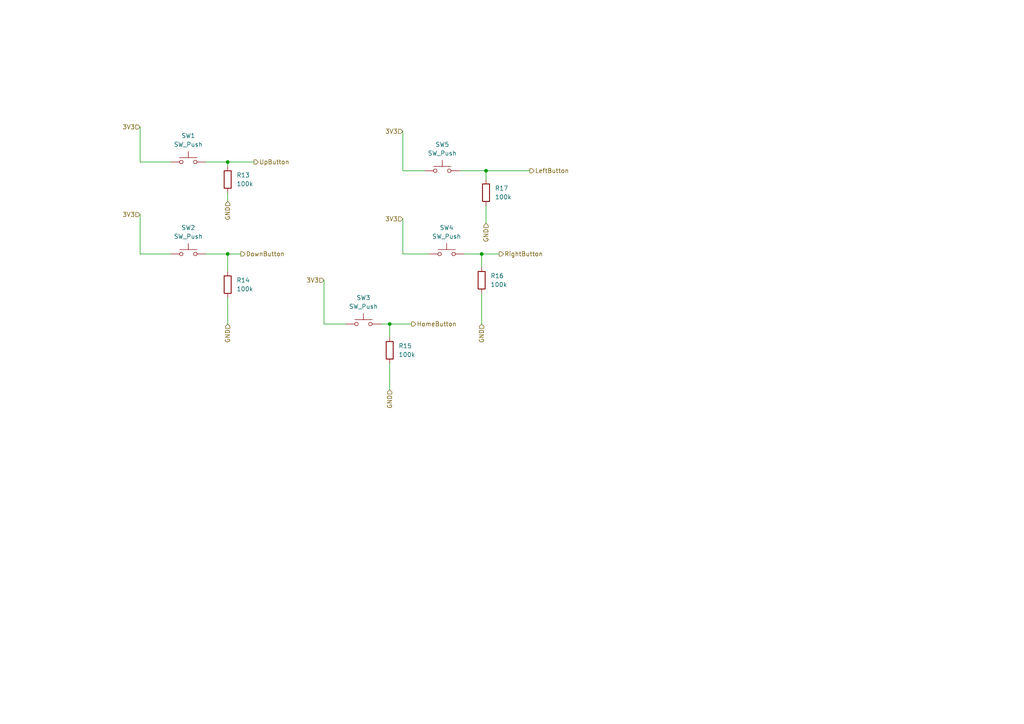
<source format=kicad_sch>
(kicad_sch (version 20250114) (generator "eeschema") (generator_version "9.0")
  (paper "A4")
  (lib_symbols
    (symbol "Device:R" (pin_numbers (hide yes)) (pin_names (offset 0))
      (property "Reference" "R" (at 2.032 0 90))
      (property "Value" "R" (at 0 0 90))
      (symbol "R_0_1"
        (rectangle (start -1.016 -2.54) (end 1.016 2.54) (stroke (width 0.254)))
      )
      (symbol "R_1_1"
        (pin passive line (at 0 3.81 270) (length 1.27) (name "~") (number "1"))
        (pin passive line (at 0 -3.81 90) (length 1.27) (name "~") (number "2"))
      )
    )
    (symbol "Switch:SW_Push" (pin_numbers (hide yes)) (pin_names (offset 1.016) (hide yes))
      (property "Reference" "SW" (at 1.27 2.54 0))
      (property "Value" "SW_Push" (at 0 -1.524 0))
      (symbol "SW_Push_0_1"
        (circle (center -2.032 0) (radius 0.508))
        (polyline (pts (xy 0 1.27) (xy 0 3.048)))
        (circle (center 2.032 0) (radius 0.508))
        (polyline (pts (xy 2.54 1.27) (xy -2.54 1.27)))
        (pin passive line (at -5.08 0 0) (length 2.54) (name "1") (number "1"))
        (pin passive line (at 5.08 0 180) (length 2.54) (name "2") (number "2"))
      )
    )
  )
  (junction (at 66.04 73.66))
  (junction (at 139.7 73.66))
  (junction (at 140.97 49.53))
  (junction (at 66.04 46.99))
  (junction (at 113.03 93.98))
  (wire (pts (xy 49.53 73.66) (xy 40.64 73.66)))
  (wire (pts (xy 113.03 93.98) (xy 113.03 97.79)))
  (wire (pts (xy 93.98 81.28) (xy 93.98 93.98)))
  (wire (pts (xy 66.04 73.66) (xy 66.04 78.74)))
  (wire (pts (xy 66.04 55.88) (xy 66.04 58.42)))
  (wire (pts (xy 73.66 46.99) (xy 66.04 46.99)))
  (wire (pts (xy 40.64 73.66) (xy 40.64 62.23)))
  (wire (pts (xy 134.62 73.66) (xy 139.7 73.66)))
  (wire (pts (xy 66.04 48.26) (xy 66.04 46.99)))
  (wire (pts (xy 139.7 85.09) (xy 139.7 93.98)))
  (wire (pts (xy 66.04 46.99) (xy 59.69 46.99)))
  (wire (pts (xy 139.7 73.66) (xy 139.7 77.47)))
  (wire (pts (xy 124.46 73.66) (xy 116.84 73.66)))
  (wire (pts (xy 116.84 49.53) (xy 116.84 38.1)))
  (wire (pts (xy 139.7 73.66) (xy 144.78 73.66)))
  (wire (pts (xy 59.69 73.66) (xy 66.04 73.66)))
  (wire (pts (xy 140.97 59.69) (xy 140.97 64.77)))
  (wire (pts (xy 133.35 49.53) (xy 140.97 49.53)))
  (wire (pts (xy 113.03 105.41) (xy 113.03 113.03)))
  (wire (pts (xy 40.64 46.99) (xy 40.64 36.83)))
  (wire (pts (xy 93.98 93.98) (xy 100.33 93.98)))
  (wire (pts (xy 110.49 93.98) (xy 113.03 93.98)))
  (wire (pts (xy 66.04 73.66) (xy 69.85 73.66)))
  (wire (pts (xy 49.53 46.99) (xy 40.64 46.99)))
  (wire (pts (xy 113.03 93.98) (xy 119.38 93.98)))
  (wire (pts (xy 123.19 49.53) (xy 116.84 49.53)))
  (wire (pts (xy 116.84 73.66) (xy 116.84 63.5)))
  (wire (pts (xy 66.04 86.36) (xy 66.04 93.98)))
  (wire (pts (xy 153.67 49.53) (xy 140.97 49.53)))
  (wire (pts (xy 140.97 49.53) (xy 140.97 52.07)))
  (hierarchical_label "GND" (shape input) (at 140.97 64.77 270))
  (hierarchical_label "GND" (shape input) (at 66.04 93.98 270))
  (hierarchical_label "3V3" (shape input) (at 116.84 38.1 180))
  (hierarchical_label "DownButton" (shape output) (at 69.85 73.66 0))
  (hierarchical_label "HomeButton" (shape output) (at 119.38 93.98 0))
  (hierarchical_label "LeftButton" (shape output) (at 153.67 49.53 0))
  (hierarchical_label "3V3" (shape input) (at 40.64 36.83 180))
  (hierarchical_label "UpButton" (shape output) (at 73.66 46.99 0))
  (hierarchical_label "3V3" (shape input) (at 116.84 63.5 180))
  (hierarchical_label "3V3" (shape input) (at 40.64 62.23 180))
  (hierarchical_label "GND" (shape input) (at 113.03 113.03 270))
  (hierarchical_label "RightButton" (shape output) (at 144.78 73.66 0))
  (hierarchical_label "GND" (shape input) (at 66.04 58.42 270))
  (hierarchical_label "3V3" (shape input) (at 93.98 81.28 180))
  (hierarchical_label "GND" (shape input) (at 139.7 93.98 270))
  (symbol (lib_id "Switch:SW_Push") (at 105.41 93.98 0) (unit 1)
    (property "Reference" "SW3" (at 105.41 86.36 0))
    (property "Value" "SW_Push" (at 105.41 88.9 0))
    (property "Footprint" "Button_Switch_SMD:SW_Tactile_SPST_NO_Straight_CK_PTS636Sx25SMTRLFS" (effects (hide yes)))
    (property "Description" "Push button switch, generic, two pins" (effects (hide yes)))
  )
  (symbol (lib_id "Switch:SW_Push") (at 54.61 46.99 0) (unit 1)
    (property "Reference" "SW1" (at 54.61 39.37 0))
    (property "Value" "SW_Push" (at 54.61 41.91 0))
    (property "Footprint" "Button_Switch_SMD:SW_Tactile_SPST_NO_Straight_CK_PTS636Sx25SMTRLFS" (effects (hide yes)))
    (property "Description" "Push button switch, generic, two pins" (effects (hide yes)))
  )
  (symbol (lib_id "Device:R") (at 113.03 101.6 0) (unit 1)
    (property "Reference" "R15" (at 115.57 100.3299 0) (effects (justify left)))
    (property "Value" "100k" (at 115.57 102.8699 0) (effects (justify left)))
    (property "Footprint" "Resistor_SMD:R_1206_3216Metric" (effects (hide yes)))
    (property "Description" "Resistor" (effects (hide yes)))
  )
  (symbol (lib_id "Device:R") (at 139.7 81.28 0) (unit 1)
    (property "Reference" "R16" (at 142.24 80.0099 0) (effects (justify left)))
    (property "Value" "100k" (at 142.24 82.5499 0) (effects (justify left)))
    (property "Footprint" "Resistor_SMD:R_1206_3216Metric" (effects (hide yes)))
    (property "Description" "Resistor" (effects (hide yes)))
  )
  (symbol (lib_id "Switch:SW_Push") (at 129.54 73.66 0) (unit 1)
    (property "Reference" "SW4" (at 129.54 66.04 0))
    (property "Value" "SW_Push" (at 129.54 68.58 0))
    (property "Footprint" "Button_Switch_SMD:SW_Tactile_SPST_NO_Straight_CK_PTS636Sx25SMTRLFS" (effects (hide yes)))
    (property "Description" "Push button switch, generic, two pins" (effects (hide yes)))
  )
  (symbol (lib_id "Device:R") (at 66.04 82.55 0) (unit 1)
    (property "Reference" "R14" (at 68.58 81.2799 0) (effects (justify left)))
    (property "Value" "100k" (at 68.58 83.8199 0) (effects (justify left)))
    (property "Footprint" "Resistor_SMD:R_1206_3216Metric" (effects (hide yes)))
    (property "Description" "Resistor" (effects (hide yes)))
  )
  (symbol (lib_id "Device:R") (at 66.04 52.07 0) (unit 1)
    (property "Reference" "R13" (at 68.58 50.7999 0) (effects (justify left)))
    (property "Value" "100k" (at 68.58 53.3399 0) (effects (justify left)))
    (property "Footprint" "Resistor_SMD:R_1206_3216Metric" (effects (hide yes)))
    (property "Description" "Resistor" (effects (hide yes)))
  )
  (symbol (lib_id "Switch:SW_Push") (at 54.61 73.66 0) (unit 1)
    (property "Reference" "SW2" (at 54.61 66.04 0))
    (property "Value" "SW_Push" (at 54.61 68.58 0))
    (property "Footprint" "Button_Switch_SMD:SW_Tactile_SPST_NO_Straight_CK_PTS636Sx25SMTRLFS" (effects (hide yes)))
    (property "Description" "Push button switch, generic, two pins" (effects (hide yes)))
  )
  (symbol (lib_id "Switch:SW_Push") (at 128.27 49.53 0) (unit 1)
    (property "Reference" "SW5" (at 128.27 41.91 0))
    (property "Value" "SW_Push" (at 128.27 44.45 0))
    (property "Footprint" "Button_Switch_SMD:SW_Tactile_SPST_NO_Straight_CK_PTS636Sx25SMTRLFS" (effects (hide yes)))
    (property "Description" "Push button switch, generic, two pins" (effects (hide yes)))
  )
  (symbol (lib_id "Device:R") (at 140.97 55.88 0) (unit 1)
    (property "Reference" "R17" (at 143.51 54.6099 0) (effects (justify left)))
    (property "Value" "100k" (at 143.51 57.1499 0) (effects (justify left)))
    (property "Footprint" "Resistor_SMD:R_1206_3216Metric" (effects (hide yes)))
    (property "Description" "Resistor" (effects (hide yes)))
  )
)
</source>
